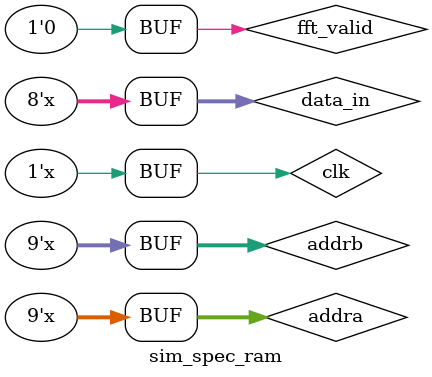
<source format=v>
`timescale 1ns / 1ps


module sim_spec_ram;
    reg clk = 0;
    reg fft_valid = 0;
    reg[8:0] addra = 0;
    reg[8:0] addrb = 0;
    wire[7:0] data_in;
    wire[7:0] data_out;
    initial
    begin
        fft_valid = 1;
        #5120;
        fft_valid = 0;
    end
    always #10
        clk = !clk;
        
    always #20
        addra = addra+1;
    assign data_in = addra[8:1];
    always#20
        addrb = addrb+1;
       
    spec_ram uut_spec_ram(
                .clk_in(clk),
                .fft_valid_in(fft_valid),
                .spec_addra_in(addra),//[8£º0]
                .spec_data_in(data_in),//[7:0]
                .spec_addrb_in(addrb),
                .spec_data_out(data_out)//[7:0]
                );
endmodule

</source>
